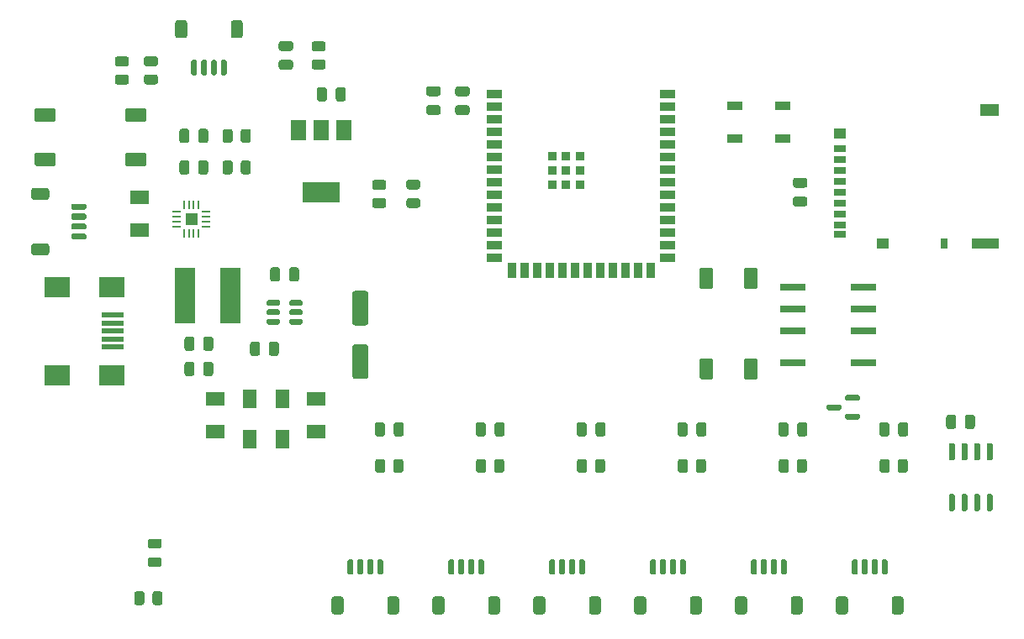
<source format=gtp>
G04 #@! TF.GenerationSoftware,KiCad,Pcbnew,6.0.11-2627ca5db0~126~ubuntu22.04.1*
G04 #@! TF.CreationDate,2025-05-31T21:30:08-06:00*
G04 #@! TF.ProjectId,snd-defect,736e642d-6465-4666-9563-742e6b696361,rev?*
G04 #@! TF.SameCoordinates,Original*
G04 #@! TF.FileFunction,Paste,Top*
G04 #@! TF.FilePolarity,Positive*
%FSLAX46Y46*%
G04 Gerber Fmt 4.6, Leading zero omitted, Abs format (unit mm)*
G04 Created by KiCad (PCBNEW 6.0.11-2627ca5db0~126~ubuntu22.04.1) date 2025-05-31 21:30:08*
%MOMM*%
%LPD*%
G01*
G04 APERTURE LIST*
%ADD10R,2.108200X5.562600*%
%ADD11R,1.500000X0.900000*%
%ADD12R,2.660000X0.800000*%
%ADD13R,1.400000X1.900000*%
%ADD14R,0.900000X1.500000*%
%ADD15R,0.900000X0.900000*%
%ADD16R,1.500000X2.000000*%
%ADD17R,3.800000X2.000000*%
%ADD18R,2.300000X0.500000*%
%ADD19R,2.500000X2.000000*%
%ADD20R,1.200000X0.700000*%
%ADD21R,0.800000X1.000000*%
%ADD22R,1.200000X1.000000*%
%ADD23R,2.800000X1.000000*%
%ADD24R,1.900000X1.300000*%
%ADD25R,1.900000X1.400000*%
%ADD26R,0.812800X0.254000*%
%ADD27R,0.254000X0.812800*%
%ADD28R,1.244600X1.244600*%
G04 APERTURE END LIST*
D10*
X71386700Y-79121000D03*
X66789300Y-79121000D03*
D11*
X127037000Y-63245000D03*
X127037000Y-59945000D03*
X122137000Y-59945000D03*
X122137000Y-63245000D03*
G36*
G01*
X63823000Y-57813000D02*
X62923000Y-57813000D01*
G75*
G02*
X62673000Y-57563000I0J250000D01*
G01*
X62673000Y-57038000D01*
G75*
G02*
X62923000Y-56788000I250000J0D01*
G01*
X63823000Y-56788000D01*
G75*
G02*
X64073000Y-57038000I0J-250000D01*
G01*
X64073000Y-57563000D01*
G75*
G02*
X63823000Y-57813000I-250000J0D01*
G01*
G37*
G36*
G01*
X63823000Y-55988000D02*
X62923000Y-55988000D01*
G75*
G02*
X62673000Y-55738000I0J250000D01*
G01*
X62673000Y-55213000D01*
G75*
G02*
X62923000Y-54963000I250000J0D01*
G01*
X63823000Y-54963000D01*
G75*
G02*
X64073000Y-55213000I0J-250000D01*
G01*
X64073000Y-55738000D01*
G75*
G02*
X63823000Y-55988000I-250000J0D01*
G01*
G37*
G36*
G01*
X78635000Y-81572000D02*
X78635000Y-81872000D01*
G75*
G02*
X78485000Y-82022000I-150000J0D01*
G01*
X77460000Y-82022000D01*
G75*
G02*
X77310000Y-81872000I0J150000D01*
G01*
X77310000Y-81572000D01*
G75*
G02*
X77460000Y-81422000I150000J0D01*
G01*
X78485000Y-81422000D01*
G75*
G02*
X78635000Y-81572000I0J-150000D01*
G01*
G37*
G36*
G01*
X78635000Y-80622000D02*
X78635000Y-80922000D01*
G75*
G02*
X78485000Y-81072000I-150000J0D01*
G01*
X77460000Y-81072000D01*
G75*
G02*
X77310000Y-80922000I0J150000D01*
G01*
X77310000Y-80622000D01*
G75*
G02*
X77460000Y-80472000I150000J0D01*
G01*
X78485000Y-80472000D01*
G75*
G02*
X78635000Y-80622000I0J-150000D01*
G01*
G37*
G36*
G01*
X78635000Y-79672000D02*
X78635000Y-79972000D01*
G75*
G02*
X78485000Y-80122000I-150000J0D01*
G01*
X77460000Y-80122000D01*
G75*
G02*
X77310000Y-79972000I0J150000D01*
G01*
X77310000Y-79672000D01*
G75*
G02*
X77460000Y-79522000I150000J0D01*
G01*
X78485000Y-79522000D01*
G75*
G02*
X78635000Y-79672000I0J-150000D01*
G01*
G37*
G36*
G01*
X76360000Y-79672000D02*
X76360000Y-79972000D01*
G75*
G02*
X76210000Y-80122000I-150000J0D01*
G01*
X75185000Y-80122000D01*
G75*
G02*
X75035000Y-79972000I0J150000D01*
G01*
X75035000Y-79672000D01*
G75*
G02*
X75185000Y-79522000I150000J0D01*
G01*
X76210000Y-79522000D01*
G75*
G02*
X76360000Y-79672000I0J-150000D01*
G01*
G37*
G36*
G01*
X76360000Y-80622000D02*
X76360000Y-80922000D01*
G75*
G02*
X76210000Y-81072000I-150000J0D01*
G01*
X75185000Y-81072000D01*
G75*
G02*
X75035000Y-80922000I0J150000D01*
G01*
X75035000Y-80622000D01*
G75*
G02*
X75185000Y-80472000I150000J0D01*
G01*
X76210000Y-80472000D01*
G75*
G02*
X76360000Y-80622000I0J-150000D01*
G01*
G37*
G36*
G01*
X76360000Y-81572000D02*
X76360000Y-81872000D01*
G75*
G02*
X76210000Y-82022000I-150000J0D01*
G01*
X75185000Y-82022000D01*
G75*
G02*
X75035000Y-81872000I0J150000D01*
G01*
X75035000Y-81572000D01*
G75*
G02*
X75185000Y-81422000I150000J0D01*
G01*
X76210000Y-81422000D01*
G75*
G02*
X76360000Y-81572000I0J-150000D01*
G01*
G37*
G36*
G01*
X98986000Y-92108000D02*
X98986000Y-93058000D01*
G75*
G02*
X98736000Y-93308000I-250000J0D01*
G01*
X98236000Y-93308000D01*
G75*
G02*
X97986000Y-93058000I0J250000D01*
G01*
X97986000Y-92108000D01*
G75*
G02*
X98236000Y-91858000I250000J0D01*
G01*
X98736000Y-91858000D01*
G75*
G02*
X98986000Y-92108000I0J-250000D01*
G01*
G37*
G36*
G01*
X97086000Y-92108000D02*
X97086000Y-93058000D01*
G75*
G02*
X96836000Y-93308000I-250000J0D01*
G01*
X96336000Y-93308000D01*
G75*
G02*
X96086000Y-93058000I0J250000D01*
G01*
X96086000Y-92108000D01*
G75*
G02*
X96336000Y-91858000I250000J0D01*
G01*
X96836000Y-91858000D01*
G75*
G02*
X97086000Y-92108000I0J-250000D01*
G01*
G37*
D12*
X135166100Y-85864700D03*
X135166100Y-82664300D03*
X135166100Y-80454500D03*
X135166100Y-78244700D03*
X127977900Y-78244700D03*
X127977900Y-80454500D03*
X127977900Y-82664300D03*
X127977900Y-85864700D03*
G36*
G01*
X93323000Y-107083000D02*
X93323000Y-105833000D01*
G75*
G02*
X93473000Y-105683000I150000J0D01*
G01*
X93773000Y-105683000D01*
G75*
G02*
X93923000Y-105833000I0J-150000D01*
G01*
X93923000Y-107083000D01*
G75*
G02*
X93773000Y-107233000I-150000J0D01*
G01*
X93473000Y-107233000D01*
G75*
G02*
X93323000Y-107083000I0J150000D01*
G01*
G37*
G36*
G01*
X94323000Y-107083000D02*
X94323000Y-105833000D01*
G75*
G02*
X94473000Y-105683000I150000J0D01*
G01*
X94773000Y-105683000D01*
G75*
G02*
X94923000Y-105833000I0J-150000D01*
G01*
X94923000Y-107083000D01*
G75*
G02*
X94773000Y-107233000I-150000J0D01*
G01*
X94473000Y-107233000D01*
G75*
G02*
X94323000Y-107083000I0J150000D01*
G01*
G37*
G36*
G01*
X95323000Y-107083000D02*
X95323000Y-105833000D01*
G75*
G02*
X95473000Y-105683000I150000J0D01*
G01*
X95773000Y-105683000D01*
G75*
G02*
X95923000Y-105833000I0J-150000D01*
G01*
X95923000Y-107083000D01*
G75*
G02*
X95773000Y-107233000I-150000J0D01*
G01*
X95473000Y-107233000D01*
G75*
G02*
X95323000Y-107083000I0J150000D01*
G01*
G37*
G36*
G01*
X96323000Y-107083000D02*
X96323000Y-105833000D01*
G75*
G02*
X96473000Y-105683000I150000J0D01*
G01*
X96773000Y-105683000D01*
G75*
G02*
X96923000Y-105833000I0J-150000D01*
G01*
X96923000Y-107083000D01*
G75*
G02*
X96773000Y-107233000I-150000J0D01*
G01*
X96473000Y-107233000D01*
G75*
G02*
X96323000Y-107083000I0J150000D01*
G01*
G37*
G36*
G01*
X91723000Y-110983000D02*
X91723000Y-109683000D01*
G75*
G02*
X91973000Y-109433000I250000J0D01*
G01*
X92673000Y-109433000D01*
G75*
G02*
X92923000Y-109683000I0J-250000D01*
G01*
X92923000Y-110983000D01*
G75*
G02*
X92673000Y-111233000I-250000J0D01*
G01*
X91973000Y-111233000D01*
G75*
G02*
X91723000Y-110983000I0J250000D01*
G01*
G37*
G36*
G01*
X97323000Y-110983000D02*
X97323000Y-109683000D01*
G75*
G02*
X97573000Y-109433000I250000J0D01*
G01*
X98273000Y-109433000D01*
G75*
G02*
X98523000Y-109683000I0J-250000D01*
G01*
X98523000Y-110983000D01*
G75*
G02*
X98273000Y-111233000I-250000J0D01*
G01*
X97573000Y-111233000D01*
G75*
G02*
X97323000Y-110983000I0J250000D01*
G01*
G37*
G36*
G01*
X66749000Y-86962000D02*
X66749000Y-86012000D01*
G75*
G02*
X66999000Y-85762000I250000J0D01*
G01*
X67499000Y-85762000D01*
G75*
G02*
X67749000Y-86012000I0J-250000D01*
G01*
X67749000Y-86962000D01*
G75*
G02*
X67499000Y-87212000I-250000J0D01*
G01*
X66999000Y-87212000D01*
G75*
G02*
X66749000Y-86962000I0J250000D01*
G01*
G37*
G36*
G01*
X68649000Y-86962000D02*
X68649000Y-86012000D01*
G75*
G02*
X68899000Y-85762000I250000J0D01*
G01*
X69399000Y-85762000D01*
G75*
G02*
X69649000Y-86012000I0J-250000D01*
G01*
X69649000Y-86962000D01*
G75*
G02*
X69399000Y-87212000I-250000J0D01*
G01*
X68899000Y-87212000D01*
G75*
G02*
X68649000Y-86962000I0J250000D01*
G01*
G37*
D13*
X73280000Y-89535000D03*
X76580000Y-89535000D03*
G36*
G01*
X95217000Y-60886000D02*
X94267000Y-60886000D01*
G75*
G02*
X94017000Y-60636000I0J250000D01*
G01*
X94017000Y-60136000D01*
G75*
G02*
X94267000Y-59886000I250000J0D01*
G01*
X95217000Y-59886000D01*
G75*
G02*
X95467000Y-60136000I0J-250000D01*
G01*
X95467000Y-60636000D01*
G75*
G02*
X95217000Y-60886000I-250000J0D01*
G01*
G37*
G36*
G01*
X95217000Y-58986000D02*
X94267000Y-58986000D01*
G75*
G02*
X94017000Y-58736000I0J250000D01*
G01*
X94017000Y-58236000D01*
G75*
G02*
X94267000Y-57986000I250000J0D01*
G01*
X95217000Y-57986000D01*
G75*
G02*
X95467000Y-58236000I0J-250000D01*
G01*
X95467000Y-58736000D01*
G75*
G02*
X95217000Y-58986000I-250000J0D01*
G01*
G37*
G36*
G01*
X133963000Y-107083000D02*
X133963000Y-105833000D01*
G75*
G02*
X134113000Y-105683000I150000J0D01*
G01*
X134413000Y-105683000D01*
G75*
G02*
X134563000Y-105833000I0J-150000D01*
G01*
X134563000Y-107083000D01*
G75*
G02*
X134413000Y-107233000I-150000J0D01*
G01*
X134113000Y-107233000D01*
G75*
G02*
X133963000Y-107083000I0J150000D01*
G01*
G37*
G36*
G01*
X134963000Y-107083000D02*
X134963000Y-105833000D01*
G75*
G02*
X135113000Y-105683000I150000J0D01*
G01*
X135413000Y-105683000D01*
G75*
G02*
X135563000Y-105833000I0J-150000D01*
G01*
X135563000Y-107083000D01*
G75*
G02*
X135413000Y-107233000I-150000J0D01*
G01*
X135113000Y-107233000D01*
G75*
G02*
X134963000Y-107083000I0J150000D01*
G01*
G37*
G36*
G01*
X135963000Y-107083000D02*
X135963000Y-105833000D01*
G75*
G02*
X136113000Y-105683000I150000J0D01*
G01*
X136413000Y-105683000D01*
G75*
G02*
X136563000Y-105833000I0J-150000D01*
G01*
X136563000Y-107083000D01*
G75*
G02*
X136413000Y-107233000I-150000J0D01*
G01*
X136113000Y-107233000D01*
G75*
G02*
X135963000Y-107083000I0J150000D01*
G01*
G37*
G36*
G01*
X136963000Y-107083000D02*
X136963000Y-105833000D01*
G75*
G02*
X137113000Y-105683000I150000J0D01*
G01*
X137413000Y-105683000D01*
G75*
G02*
X137563000Y-105833000I0J-150000D01*
G01*
X137563000Y-107083000D01*
G75*
G02*
X137413000Y-107233000I-150000J0D01*
G01*
X137113000Y-107233000D01*
G75*
G02*
X136963000Y-107083000I0J150000D01*
G01*
G37*
G36*
G01*
X137963000Y-110983000D02*
X137963000Y-109683000D01*
G75*
G02*
X138213000Y-109433000I250000J0D01*
G01*
X138913000Y-109433000D01*
G75*
G02*
X139163000Y-109683000I0J-250000D01*
G01*
X139163000Y-110983000D01*
G75*
G02*
X138913000Y-111233000I-250000J0D01*
G01*
X138213000Y-111233000D01*
G75*
G02*
X137963000Y-110983000I0J250000D01*
G01*
G37*
G36*
G01*
X132363000Y-110983000D02*
X132363000Y-109683000D01*
G75*
G02*
X132613000Y-109433000I250000J0D01*
G01*
X133313000Y-109433000D01*
G75*
G02*
X133563000Y-109683000I0J-250000D01*
G01*
X133563000Y-110983000D01*
G75*
G02*
X133313000Y-111233000I-250000J0D01*
G01*
X132613000Y-111233000D01*
G75*
G02*
X132363000Y-110983000I0J250000D01*
G01*
G37*
G36*
G01*
X80084000Y-59276000D02*
X80084000Y-58326000D01*
G75*
G02*
X80334000Y-58076000I250000J0D01*
G01*
X80834000Y-58076000D01*
G75*
G02*
X81084000Y-58326000I0J-250000D01*
G01*
X81084000Y-59276000D01*
G75*
G02*
X80834000Y-59526000I-250000J0D01*
G01*
X80334000Y-59526000D01*
G75*
G02*
X80084000Y-59276000I0J250000D01*
G01*
G37*
G36*
G01*
X81984000Y-59276000D02*
X81984000Y-58326000D01*
G75*
G02*
X82234000Y-58076000I250000J0D01*
G01*
X82734000Y-58076000D01*
G75*
G02*
X82984000Y-58326000I0J-250000D01*
G01*
X82984000Y-59276000D01*
G75*
G02*
X82734000Y-59526000I-250000J0D01*
G01*
X82234000Y-59526000D01*
G75*
G02*
X81984000Y-59276000I0J250000D01*
G01*
G37*
G36*
G01*
X113643000Y-107083000D02*
X113643000Y-105833000D01*
G75*
G02*
X113793000Y-105683000I150000J0D01*
G01*
X114093000Y-105683000D01*
G75*
G02*
X114243000Y-105833000I0J-150000D01*
G01*
X114243000Y-107083000D01*
G75*
G02*
X114093000Y-107233000I-150000J0D01*
G01*
X113793000Y-107233000D01*
G75*
G02*
X113643000Y-107083000I0J150000D01*
G01*
G37*
G36*
G01*
X114643000Y-107083000D02*
X114643000Y-105833000D01*
G75*
G02*
X114793000Y-105683000I150000J0D01*
G01*
X115093000Y-105683000D01*
G75*
G02*
X115243000Y-105833000I0J-150000D01*
G01*
X115243000Y-107083000D01*
G75*
G02*
X115093000Y-107233000I-150000J0D01*
G01*
X114793000Y-107233000D01*
G75*
G02*
X114643000Y-107083000I0J150000D01*
G01*
G37*
G36*
G01*
X115643000Y-107083000D02*
X115643000Y-105833000D01*
G75*
G02*
X115793000Y-105683000I150000J0D01*
G01*
X116093000Y-105683000D01*
G75*
G02*
X116243000Y-105833000I0J-150000D01*
G01*
X116243000Y-107083000D01*
G75*
G02*
X116093000Y-107233000I-150000J0D01*
G01*
X115793000Y-107233000D01*
G75*
G02*
X115643000Y-107083000I0J150000D01*
G01*
G37*
G36*
G01*
X116643000Y-107083000D02*
X116643000Y-105833000D01*
G75*
G02*
X116793000Y-105683000I150000J0D01*
G01*
X117093000Y-105683000D01*
G75*
G02*
X117243000Y-105833000I0J-150000D01*
G01*
X117243000Y-107083000D01*
G75*
G02*
X117093000Y-107233000I-150000J0D01*
G01*
X116793000Y-107233000D01*
G75*
G02*
X116643000Y-107083000I0J150000D01*
G01*
G37*
G36*
G01*
X117643000Y-110983000D02*
X117643000Y-109683000D01*
G75*
G02*
X117893000Y-109433000I250000J0D01*
G01*
X118593000Y-109433000D01*
G75*
G02*
X118843000Y-109683000I0J-250000D01*
G01*
X118843000Y-110983000D01*
G75*
G02*
X118593000Y-111233000I-250000J0D01*
G01*
X117893000Y-111233000D01*
G75*
G02*
X117643000Y-110983000I0J250000D01*
G01*
G37*
G36*
G01*
X112043000Y-110983000D02*
X112043000Y-109683000D01*
G75*
G02*
X112293000Y-109433000I250000J0D01*
G01*
X112993000Y-109433000D01*
G75*
G02*
X113243000Y-109683000I0J-250000D01*
G01*
X113243000Y-110983000D01*
G75*
G02*
X112993000Y-111233000I-250000J0D01*
G01*
X112293000Y-111233000D01*
G75*
G02*
X112043000Y-110983000I0J250000D01*
G01*
G37*
G36*
G01*
X77437000Y-56314000D02*
X76487000Y-56314000D01*
G75*
G02*
X76237000Y-56064000I0J250000D01*
G01*
X76237000Y-55564000D01*
G75*
G02*
X76487000Y-55314000I250000J0D01*
G01*
X77437000Y-55314000D01*
G75*
G02*
X77687000Y-55564000I0J-250000D01*
G01*
X77687000Y-56064000D01*
G75*
G02*
X77437000Y-56314000I-250000J0D01*
G01*
G37*
G36*
G01*
X77437000Y-54414000D02*
X76487000Y-54414000D01*
G75*
G02*
X76237000Y-54164000I0J250000D01*
G01*
X76237000Y-53664000D01*
G75*
G02*
X76487000Y-53414000I250000J0D01*
G01*
X77437000Y-53414000D01*
G75*
G02*
X77687000Y-53664000I0J-250000D01*
G01*
X77687000Y-54164000D01*
G75*
G02*
X77437000Y-54414000I-250000J0D01*
G01*
G37*
G36*
G01*
X143457000Y-92296000D02*
X143457000Y-91346000D01*
G75*
G02*
X143707000Y-91096000I250000J0D01*
G01*
X144207000Y-91096000D01*
G75*
G02*
X144457000Y-91346000I0J-250000D01*
G01*
X144457000Y-92296000D01*
G75*
G02*
X144207000Y-92546000I-250000J0D01*
G01*
X143707000Y-92546000D01*
G75*
G02*
X143457000Y-92296000I0J250000D01*
G01*
G37*
G36*
G01*
X145357000Y-92296000D02*
X145357000Y-91346000D01*
G75*
G02*
X145607000Y-91096000I250000J0D01*
G01*
X146107000Y-91096000D01*
G75*
G02*
X146357000Y-91346000I0J-250000D01*
G01*
X146357000Y-92296000D01*
G75*
G02*
X146107000Y-92546000I-250000J0D01*
G01*
X145607000Y-92546000D01*
G75*
G02*
X145357000Y-92296000I0J250000D01*
G01*
G37*
G36*
G01*
X85005000Y-87508000D02*
X83905000Y-87508000D01*
G75*
G02*
X83655000Y-87258000I0J250000D01*
G01*
X83655000Y-84258000D01*
G75*
G02*
X83905000Y-84008000I250000J0D01*
G01*
X85005000Y-84008000D01*
G75*
G02*
X85255000Y-84258000I0J-250000D01*
G01*
X85255000Y-87258000D01*
G75*
G02*
X85005000Y-87508000I-250000J0D01*
G01*
G37*
G36*
G01*
X85005000Y-82108000D02*
X83905000Y-82108000D01*
G75*
G02*
X83655000Y-81858000I0J250000D01*
G01*
X83655000Y-78858000D01*
G75*
G02*
X83905000Y-78608000I250000J0D01*
G01*
X85005000Y-78608000D01*
G75*
G02*
X85255000Y-78858000I0J-250000D01*
G01*
X85255000Y-81858000D01*
G75*
G02*
X85005000Y-82108000I-250000J0D01*
G01*
G37*
G36*
G01*
X129466000Y-92108000D02*
X129466000Y-93058000D01*
G75*
G02*
X129216000Y-93308000I-250000J0D01*
G01*
X128716000Y-93308000D01*
G75*
G02*
X128466000Y-93058000I0J250000D01*
G01*
X128466000Y-92108000D01*
G75*
G02*
X128716000Y-91858000I250000J0D01*
G01*
X129216000Y-91858000D01*
G75*
G02*
X129466000Y-92108000I0J-250000D01*
G01*
G37*
G36*
G01*
X127566000Y-92108000D02*
X127566000Y-93058000D01*
G75*
G02*
X127316000Y-93308000I-250000J0D01*
G01*
X126816000Y-93308000D01*
G75*
G02*
X126566000Y-93058000I0J250000D01*
G01*
X126566000Y-92108000D01*
G75*
G02*
X126816000Y-91858000I250000J0D01*
G01*
X127316000Y-91858000D01*
G75*
G02*
X127566000Y-92108000I0J-250000D01*
G01*
G37*
D11*
X97930000Y-58752000D03*
X97930000Y-60022000D03*
X97930000Y-61292000D03*
X97930000Y-62562000D03*
X97930000Y-63832000D03*
X97930000Y-65102000D03*
X97930000Y-66372000D03*
X97930000Y-67642000D03*
X97930000Y-68912000D03*
X97930000Y-70182000D03*
X97930000Y-71452000D03*
X97930000Y-72722000D03*
X97930000Y-73992000D03*
X97930000Y-75262000D03*
D14*
X99695000Y-76512000D03*
X100965000Y-76512000D03*
X102235000Y-76512000D03*
X103505000Y-76512000D03*
X104775000Y-76512000D03*
X106045000Y-76512000D03*
X107315000Y-76512000D03*
X108585000Y-76512000D03*
X109855000Y-76512000D03*
X111125000Y-76512000D03*
X112395000Y-76512000D03*
X113665000Y-76512000D03*
D11*
X115430000Y-75262000D03*
X115430000Y-73992000D03*
X115430000Y-72722000D03*
X115430000Y-71452000D03*
X115430000Y-70182000D03*
X115430000Y-68912000D03*
X115430000Y-67642000D03*
X115430000Y-66372000D03*
X115430000Y-65102000D03*
X115430000Y-63832000D03*
X115430000Y-62562000D03*
X115430000Y-61292000D03*
X115430000Y-60022000D03*
X115430000Y-58752000D03*
D15*
X106580000Y-67872000D03*
X106580000Y-65072000D03*
X105180000Y-66472000D03*
X103780000Y-65072000D03*
X105180000Y-65072000D03*
X103780000Y-66472000D03*
X105180000Y-67872000D03*
X106580000Y-66472000D03*
X103780000Y-67872000D03*
G36*
G01*
X88826000Y-92108000D02*
X88826000Y-93058000D01*
G75*
G02*
X88576000Y-93308000I-250000J0D01*
G01*
X88076000Y-93308000D01*
G75*
G02*
X87826000Y-93058000I0J250000D01*
G01*
X87826000Y-92108000D01*
G75*
G02*
X88076000Y-91858000I250000J0D01*
G01*
X88576000Y-91858000D01*
G75*
G02*
X88826000Y-92108000I0J-250000D01*
G01*
G37*
G36*
G01*
X86926000Y-92108000D02*
X86926000Y-93058000D01*
G75*
G02*
X86676000Y-93308000I-250000J0D01*
G01*
X86176000Y-93308000D01*
G75*
G02*
X85926000Y-93058000I0J250000D01*
G01*
X85926000Y-92108000D01*
G75*
G02*
X86176000Y-91858000I250000J0D01*
G01*
X86676000Y-91858000D01*
G75*
G02*
X86926000Y-92108000I0J-250000D01*
G01*
G37*
D13*
X73280000Y-93599000D03*
X76580000Y-93599000D03*
G36*
G01*
X144168000Y-100859000D02*
X143868000Y-100859000D01*
G75*
G02*
X143718000Y-100709000I0J150000D01*
G01*
X143718000Y-99259000D01*
G75*
G02*
X143868000Y-99109000I150000J0D01*
G01*
X144168000Y-99109000D01*
G75*
G02*
X144318000Y-99259000I0J-150000D01*
G01*
X144318000Y-100709000D01*
G75*
G02*
X144168000Y-100859000I-150000J0D01*
G01*
G37*
G36*
G01*
X145438000Y-100859000D02*
X145138000Y-100859000D01*
G75*
G02*
X144988000Y-100709000I0J150000D01*
G01*
X144988000Y-99259000D01*
G75*
G02*
X145138000Y-99109000I150000J0D01*
G01*
X145438000Y-99109000D01*
G75*
G02*
X145588000Y-99259000I0J-150000D01*
G01*
X145588000Y-100709000D01*
G75*
G02*
X145438000Y-100859000I-150000J0D01*
G01*
G37*
G36*
G01*
X146708000Y-100859000D02*
X146408000Y-100859000D01*
G75*
G02*
X146258000Y-100709000I0J150000D01*
G01*
X146258000Y-99259000D01*
G75*
G02*
X146408000Y-99109000I150000J0D01*
G01*
X146708000Y-99109000D01*
G75*
G02*
X146858000Y-99259000I0J-150000D01*
G01*
X146858000Y-100709000D01*
G75*
G02*
X146708000Y-100859000I-150000J0D01*
G01*
G37*
G36*
G01*
X147978000Y-100859000D02*
X147678000Y-100859000D01*
G75*
G02*
X147528000Y-100709000I0J150000D01*
G01*
X147528000Y-99259000D01*
G75*
G02*
X147678000Y-99109000I150000J0D01*
G01*
X147978000Y-99109000D01*
G75*
G02*
X148128000Y-99259000I0J-150000D01*
G01*
X148128000Y-100709000D01*
G75*
G02*
X147978000Y-100859000I-150000J0D01*
G01*
G37*
G36*
G01*
X147978000Y-95709000D02*
X147678000Y-95709000D01*
G75*
G02*
X147528000Y-95559000I0J150000D01*
G01*
X147528000Y-94109000D01*
G75*
G02*
X147678000Y-93959000I150000J0D01*
G01*
X147978000Y-93959000D01*
G75*
G02*
X148128000Y-94109000I0J-150000D01*
G01*
X148128000Y-95559000D01*
G75*
G02*
X147978000Y-95709000I-150000J0D01*
G01*
G37*
G36*
G01*
X146708000Y-95709000D02*
X146408000Y-95709000D01*
G75*
G02*
X146258000Y-95559000I0J150000D01*
G01*
X146258000Y-94109000D01*
G75*
G02*
X146408000Y-93959000I150000J0D01*
G01*
X146708000Y-93959000D01*
G75*
G02*
X146858000Y-94109000I0J-150000D01*
G01*
X146858000Y-95559000D01*
G75*
G02*
X146708000Y-95709000I-150000J0D01*
G01*
G37*
G36*
G01*
X145438000Y-95709000D02*
X145138000Y-95709000D01*
G75*
G02*
X144988000Y-95559000I0J150000D01*
G01*
X144988000Y-94109000D01*
G75*
G02*
X145138000Y-93959000I150000J0D01*
G01*
X145438000Y-93959000D01*
G75*
G02*
X145588000Y-94109000I0J-150000D01*
G01*
X145588000Y-95559000D01*
G75*
G02*
X145438000Y-95709000I-150000J0D01*
G01*
G37*
G36*
G01*
X144168000Y-95709000D02*
X143868000Y-95709000D01*
G75*
G02*
X143718000Y-95559000I0J150000D01*
G01*
X143718000Y-94109000D01*
G75*
G02*
X143868000Y-93959000I150000J0D01*
G01*
X144168000Y-93959000D01*
G75*
G02*
X144318000Y-94109000I0J-150000D01*
G01*
X144318000Y-95559000D01*
G75*
G02*
X144168000Y-95709000I-150000J0D01*
G01*
G37*
G36*
G01*
X78285000Y-76487000D02*
X78285000Y-77437000D01*
G75*
G02*
X78035000Y-77687000I-250000J0D01*
G01*
X77535000Y-77687000D01*
G75*
G02*
X77285000Y-77437000I0J250000D01*
G01*
X77285000Y-76487000D01*
G75*
G02*
X77535000Y-76237000I250000J0D01*
G01*
X78035000Y-76237000D01*
G75*
G02*
X78285000Y-76487000I0J-250000D01*
G01*
G37*
G36*
G01*
X76385000Y-76487000D02*
X76385000Y-77437000D01*
G75*
G02*
X76135000Y-77687000I-250000J0D01*
G01*
X75635000Y-77687000D01*
G75*
G02*
X75385000Y-77437000I0J250000D01*
G01*
X75385000Y-76487000D01*
G75*
G02*
X75635000Y-76237000I250000J0D01*
G01*
X76135000Y-76237000D01*
G75*
G02*
X76385000Y-76487000I0J-250000D01*
G01*
G37*
G36*
G01*
X60902000Y-57813000D02*
X60002000Y-57813000D01*
G75*
G02*
X59752000Y-57563000I0J250000D01*
G01*
X59752000Y-57038000D01*
G75*
G02*
X60002000Y-56788000I250000J0D01*
G01*
X60902000Y-56788000D01*
G75*
G02*
X61152000Y-57038000I0J-250000D01*
G01*
X61152000Y-57563000D01*
G75*
G02*
X60902000Y-57813000I-250000J0D01*
G01*
G37*
G36*
G01*
X60902000Y-55988000D02*
X60002000Y-55988000D01*
G75*
G02*
X59752000Y-55738000I0J250000D01*
G01*
X59752000Y-55213000D01*
G75*
G02*
X60002000Y-54963000I250000J0D01*
G01*
X60902000Y-54963000D01*
G75*
G02*
X61152000Y-55213000I0J-250000D01*
G01*
X61152000Y-55738000D01*
G75*
G02*
X60902000Y-55988000I-250000J0D01*
G01*
G37*
G36*
G01*
X73434000Y-62542000D02*
X73434000Y-63442000D01*
G75*
G02*
X73184000Y-63692000I-250000J0D01*
G01*
X72659000Y-63692000D01*
G75*
G02*
X72409000Y-63442000I0J250000D01*
G01*
X72409000Y-62542000D01*
G75*
G02*
X72659000Y-62292000I250000J0D01*
G01*
X73184000Y-62292000D01*
G75*
G02*
X73434000Y-62542000I0J-250000D01*
G01*
G37*
G36*
G01*
X71609000Y-62542000D02*
X71609000Y-63442000D01*
G75*
G02*
X71359000Y-63692000I-250000J0D01*
G01*
X70834000Y-63692000D01*
G75*
G02*
X70584000Y-63442000I0J250000D01*
G01*
X70584000Y-62542000D01*
G75*
G02*
X70834000Y-62292000I250000J0D01*
G01*
X71359000Y-62292000D01*
G75*
G02*
X71609000Y-62542000I0J-250000D01*
G01*
G37*
G36*
G01*
X98961000Y-95816000D02*
X98961000Y-96716000D01*
G75*
G02*
X98711000Y-96966000I-250000J0D01*
G01*
X98186000Y-96966000D01*
G75*
G02*
X97936000Y-96716000I0J250000D01*
G01*
X97936000Y-95816000D01*
G75*
G02*
X98186000Y-95566000I250000J0D01*
G01*
X98711000Y-95566000D01*
G75*
G02*
X98961000Y-95816000I0J-250000D01*
G01*
G37*
G36*
G01*
X97136000Y-95816000D02*
X97136000Y-96716000D01*
G75*
G02*
X96886000Y-96966000I-250000J0D01*
G01*
X96361000Y-96966000D01*
G75*
G02*
X96111000Y-96716000I0J250000D01*
G01*
X96111000Y-95816000D01*
G75*
G02*
X96361000Y-95566000I250000J0D01*
G01*
X96886000Y-95566000D01*
G75*
G02*
X97136000Y-95816000I0J-250000D01*
G01*
G37*
G36*
G01*
X66749000Y-84422000D02*
X66749000Y-83472000D01*
G75*
G02*
X66999000Y-83222000I250000J0D01*
G01*
X67499000Y-83222000D01*
G75*
G02*
X67749000Y-83472000I0J-250000D01*
G01*
X67749000Y-84422000D01*
G75*
G02*
X67499000Y-84672000I-250000J0D01*
G01*
X66999000Y-84672000D01*
G75*
G02*
X66749000Y-84422000I0J250000D01*
G01*
G37*
G36*
G01*
X68649000Y-84422000D02*
X68649000Y-83472000D01*
G75*
G02*
X68899000Y-83222000I250000J0D01*
G01*
X69399000Y-83222000D01*
G75*
G02*
X69649000Y-83472000I0J-250000D01*
G01*
X69649000Y-84422000D01*
G75*
G02*
X69399000Y-84672000I-250000J0D01*
G01*
X68899000Y-84672000D01*
G75*
G02*
X68649000Y-84422000I0J250000D01*
G01*
G37*
G36*
G01*
X55477000Y-69828000D02*
X56727000Y-69828000D01*
G75*
G02*
X56877000Y-69978000I0J-150000D01*
G01*
X56877000Y-70278000D01*
G75*
G02*
X56727000Y-70428000I-150000J0D01*
G01*
X55477000Y-70428000D01*
G75*
G02*
X55327000Y-70278000I0J150000D01*
G01*
X55327000Y-69978000D01*
G75*
G02*
X55477000Y-69828000I150000J0D01*
G01*
G37*
G36*
G01*
X55477000Y-70828000D02*
X56727000Y-70828000D01*
G75*
G02*
X56877000Y-70978000I0J-150000D01*
G01*
X56877000Y-71278000D01*
G75*
G02*
X56727000Y-71428000I-150000J0D01*
G01*
X55477000Y-71428000D01*
G75*
G02*
X55327000Y-71278000I0J150000D01*
G01*
X55327000Y-70978000D01*
G75*
G02*
X55477000Y-70828000I150000J0D01*
G01*
G37*
G36*
G01*
X55477000Y-71828000D02*
X56727000Y-71828000D01*
G75*
G02*
X56877000Y-71978000I0J-150000D01*
G01*
X56877000Y-72278000D01*
G75*
G02*
X56727000Y-72428000I-150000J0D01*
G01*
X55477000Y-72428000D01*
G75*
G02*
X55327000Y-72278000I0J150000D01*
G01*
X55327000Y-71978000D01*
G75*
G02*
X55477000Y-71828000I150000J0D01*
G01*
G37*
G36*
G01*
X55477000Y-72828000D02*
X56727000Y-72828000D01*
G75*
G02*
X56877000Y-72978000I0J-150000D01*
G01*
X56877000Y-73278000D01*
G75*
G02*
X56727000Y-73428000I-150000J0D01*
G01*
X55477000Y-73428000D01*
G75*
G02*
X55327000Y-73278000I0J150000D01*
G01*
X55327000Y-72978000D01*
G75*
G02*
X55477000Y-72828000I150000J0D01*
G01*
G37*
G36*
G01*
X51577000Y-73828000D02*
X52877000Y-73828000D01*
G75*
G02*
X53127000Y-74078000I0J-250000D01*
G01*
X53127000Y-74778000D01*
G75*
G02*
X52877000Y-75028000I-250000J0D01*
G01*
X51577000Y-75028000D01*
G75*
G02*
X51327000Y-74778000I0J250000D01*
G01*
X51327000Y-74078000D01*
G75*
G02*
X51577000Y-73828000I250000J0D01*
G01*
G37*
G36*
G01*
X51577000Y-68228000D02*
X52877000Y-68228000D01*
G75*
G02*
X53127000Y-68478000I0J-250000D01*
G01*
X53127000Y-69178000D01*
G75*
G02*
X52877000Y-69428000I-250000J0D01*
G01*
X51577000Y-69428000D01*
G75*
G02*
X51327000Y-69178000I0J250000D01*
G01*
X51327000Y-68478000D01*
G75*
G02*
X51577000Y-68228000I250000J0D01*
G01*
G37*
G36*
G01*
X92296000Y-60886000D02*
X91346000Y-60886000D01*
G75*
G02*
X91096000Y-60636000I0J250000D01*
G01*
X91096000Y-60136000D01*
G75*
G02*
X91346000Y-59886000I250000J0D01*
G01*
X92296000Y-59886000D01*
G75*
G02*
X92546000Y-60136000I0J-250000D01*
G01*
X92546000Y-60636000D01*
G75*
G02*
X92296000Y-60886000I-250000J0D01*
G01*
G37*
G36*
G01*
X92296000Y-58986000D02*
X91346000Y-58986000D01*
G75*
G02*
X91096000Y-58736000I0J250000D01*
G01*
X91096000Y-58236000D01*
G75*
G02*
X91346000Y-57986000I250000J0D01*
G01*
X92296000Y-57986000D01*
G75*
G02*
X92546000Y-58236000I0J-250000D01*
G01*
X92546000Y-58736000D01*
G75*
G02*
X92296000Y-58986000I-250000J0D01*
G01*
G37*
G36*
G01*
X66241000Y-63467000D02*
X66241000Y-62517000D01*
G75*
G02*
X66491000Y-62267000I250000J0D01*
G01*
X66991000Y-62267000D01*
G75*
G02*
X67241000Y-62517000I0J-250000D01*
G01*
X67241000Y-63467000D01*
G75*
G02*
X66991000Y-63717000I-250000J0D01*
G01*
X66491000Y-63717000D01*
G75*
G02*
X66241000Y-63467000I0J250000D01*
G01*
G37*
G36*
G01*
X68141000Y-63467000D02*
X68141000Y-62517000D01*
G75*
G02*
X68391000Y-62267000I250000J0D01*
G01*
X68891000Y-62267000D01*
G75*
G02*
X69141000Y-62517000I0J-250000D01*
G01*
X69141000Y-63467000D01*
G75*
G02*
X68891000Y-63717000I-250000J0D01*
G01*
X68391000Y-63717000D01*
G75*
G02*
X68141000Y-63467000I0J250000D01*
G01*
G37*
D16*
X82818000Y-62382000D03*
X80518000Y-62382000D03*
D17*
X80518000Y-68682000D03*
D16*
X78218000Y-62382000D03*
G36*
G01*
X139601000Y-95816000D02*
X139601000Y-96716000D01*
G75*
G02*
X139351000Y-96966000I-250000J0D01*
G01*
X138826000Y-96966000D01*
G75*
G02*
X138576000Y-96716000I0J250000D01*
G01*
X138576000Y-95816000D01*
G75*
G02*
X138826000Y-95566000I250000J0D01*
G01*
X139351000Y-95566000D01*
G75*
G02*
X139601000Y-95816000I0J-250000D01*
G01*
G37*
G36*
G01*
X137776000Y-95816000D02*
X137776000Y-96716000D01*
G75*
G02*
X137526000Y-96966000I-250000J0D01*
G01*
X137001000Y-96966000D01*
G75*
G02*
X136751000Y-96716000I0J250000D01*
G01*
X136751000Y-95816000D01*
G75*
G02*
X137001000Y-95566000I250000J0D01*
G01*
X137526000Y-95566000D01*
G75*
G02*
X137776000Y-95816000I0J-250000D01*
G01*
G37*
D18*
X59546000Y-81077000D03*
X59546000Y-81877000D03*
X59546000Y-82677000D03*
X59546000Y-83477000D03*
X59546000Y-84277000D03*
D19*
X59446000Y-87127000D03*
X59446000Y-78227000D03*
X53946000Y-87127000D03*
X53946000Y-78227000D03*
G36*
G01*
X73353000Y-84930000D02*
X73353000Y-83980000D01*
G75*
G02*
X73603000Y-83730000I250000J0D01*
G01*
X74103000Y-83730000D01*
G75*
G02*
X74353000Y-83980000I0J-250000D01*
G01*
X74353000Y-84930000D01*
G75*
G02*
X74103000Y-85180000I-250000J0D01*
G01*
X73603000Y-85180000D01*
G75*
G02*
X73353000Y-84930000I0J250000D01*
G01*
G37*
G36*
G01*
X75253000Y-84930000D02*
X75253000Y-83980000D01*
G75*
G02*
X75503000Y-83730000I250000J0D01*
G01*
X76003000Y-83730000D01*
G75*
G02*
X76253000Y-83980000I0J-250000D01*
G01*
X76253000Y-84930000D01*
G75*
G02*
X76003000Y-85180000I-250000J0D01*
G01*
X75503000Y-85180000D01*
G75*
G02*
X75253000Y-84930000I0J250000D01*
G01*
G37*
G36*
G01*
X139626000Y-92108000D02*
X139626000Y-93058000D01*
G75*
G02*
X139376000Y-93308000I-250000J0D01*
G01*
X138876000Y-93308000D01*
G75*
G02*
X138626000Y-93058000I0J250000D01*
G01*
X138626000Y-92108000D01*
G75*
G02*
X138876000Y-91858000I250000J0D01*
G01*
X139376000Y-91858000D01*
G75*
G02*
X139626000Y-92108000I0J-250000D01*
G01*
G37*
G36*
G01*
X137726000Y-92108000D02*
X137726000Y-93058000D01*
G75*
G02*
X137476000Y-93308000I-250000J0D01*
G01*
X136976000Y-93308000D01*
G75*
G02*
X136726000Y-93058000I0J250000D01*
G01*
X136726000Y-92108000D01*
G75*
G02*
X136976000Y-91858000I250000J0D01*
G01*
X137476000Y-91858000D01*
G75*
G02*
X137726000Y-92108000I0J-250000D01*
G01*
G37*
G36*
G01*
X129441000Y-95816000D02*
X129441000Y-96716000D01*
G75*
G02*
X129191000Y-96966000I-250000J0D01*
G01*
X128666000Y-96966000D01*
G75*
G02*
X128416000Y-96716000I0J250000D01*
G01*
X128416000Y-95816000D01*
G75*
G02*
X128666000Y-95566000I250000J0D01*
G01*
X129191000Y-95566000D01*
G75*
G02*
X129441000Y-95816000I0J-250000D01*
G01*
G37*
G36*
G01*
X127616000Y-95816000D02*
X127616000Y-96716000D01*
G75*
G02*
X127366000Y-96966000I-250000J0D01*
G01*
X126841000Y-96966000D01*
G75*
G02*
X126591000Y-96716000I0J250000D01*
G01*
X126591000Y-95816000D01*
G75*
G02*
X126841000Y-95566000I250000J0D01*
G01*
X127366000Y-95566000D01*
G75*
G02*
X127616000Y-95816000I0J-250000D01*
G01*
G37*
D20*
X132737000Y-64264000D03*
X132737000Y-65364000D03*
X132737000Y-66464000D03*
X132737000Y-67564000D03*
X132737000Y-68664000D03*
X132737000Y-69764000D03*
X132737000Y-70864000D03*
X132737000Y-71964000D03*
X132737000Y-72914000D03*
D21*
X143237000Y-73864000D03*
D22*
X137037000Y-73864000D03*
D23*
X147387000Y-73864000D03*
D24*
X147837000Y-60364000D03*
D22*
X132737000Y-62714000D03*
G36*
G01*
X86810000Y-70259000D02*
X85910000Y-70259000D01*
G75*
G02*
X85660000Y-70009000I0J250000D01*
G01*
X85660000Y-69484000D01*
G75*
G02*
X85910000Y-69234000I250000J0D01*
G01*
X86810000Y-69234000D01*
G75*
G02*
X87060000Y-69484000I0J-250000D01*
G01*
X87060000Y-70009000D01*
G75*
G02*
X86810000Y-70259000I-250000J0D01*
G01*
G37*
G36*
G01*
X86810000Y-68434000D02*
X85910000Y-68434000D01*
G75*
G02*
X85660000Y-68184000I0J250000D01*
G01*
X85660000Y-67659000D01*
G75*
G02*
X85910000Y-67409000I250000J0D01*
G01*
X86810000Y-67409000D01*
G75*
G02*
X87060000Y-67659000I0J-250000D01*
G01*
X87060000Y-68184000D01*
G75*
G02*
X86810000Y-68434000I-250000J0D01*
G01*
G37*
G36*
G01*
X80714000Y-56289000D02*
X79814000Y-56289000D01*
G75*
G02*
X79564000Y-56039000I0J250000D01*
G01*
X79564000Y-55514000D01*
G75*
G02*
X79814000Y-55264000I250000J0D01*
G01*
X80714000Y-55264000D01*
G75*
G02*
X80964000Y-55514000I0J-250000D01*
G01*
X80964000Y-56039000D01*
G75*
G02*
X80714000Y-56289000I-250000J0D01*
G01*
G37*
G36*
G01*
X80714000Y-54464000D02*
X79814000Y-54464000D01*
G75*
G02*
X79564000Y-54214000I0J250000D01*
G01*
X79564000Y-53689000D01*
G75*
G02*
X79814000Y-53439000I250000J0D01*
G01*
X80714000Y-53439000D01*
G75*
G02*
X80964000Y-53689000I0J-250000D01*
G01*
X80964000Y-54214000D01*
G75*
G02*
X80714000Y-54464000I-250000J0D01*
G01*
G37*
G36*
G01*
X103483000Y-107083000D02*
X103483000Y-105833000D01*
G75*
G02*
X103633000Y-105683000I150000J0D01*
G01*
X103933000Y-105683000D01*
G75*
G02*
X104083000Y-105833000I0J-150000D01*
G01*
X104083000Y-107083000D01*
G75*
G02*
X103933000Y-107233000I-150000J0D01*
G01*
X103633000Y-107233000D01*
G75*
G02*
X103483000Y-107083000I0J150000D01*
G01*
G37*
G36*
G01*
X104483000Y-107083000D02*
X104483000Y-105833000D01*
G75*
G02*
X104633000Y-105683000I150000J0D01*
G01*
X104933000Y-105683000D01*
G75*
G02*
X105083000Y-105833000I0J-150000D01*
G01*
X105083000Y-107083000D01*
G75*
G02*
X104933000Y-107233000I-150000J0D01*
G01*
X104633000Y-107233000D01*
G75*
G02*
X104483000Y-107083000I0J150000D01*
G01*
G37*
G36*
G01*
X105483000Y-107083000D02*
X105483000Y-105833000D01*
G75*
G02*
X105633000Y-105683000I150000J0D01*
G01*
X105933000Y-105683000D01*
G75*
G02*
X106083000Y-105833000I0J-150000D01*
G01*
X106083000Y-107083000D01*
G75*
G02*
X105933000Y-107233000I-150000J0D01*
G01*
X105633000Y-107233000D01*
G75*
G02*
X105483000Y-107083000I0J150000D01*
G01*
G37*
G36*
G01*
X106483000Y-107083000D02*
X106483000Y-105833000D01*
G75*
G02*
X106633000Y-105683000I150000J0D01*
G01*
X106933000Y-105683000D01*
G75*
G02*
X107083000Y-105833000I0J-150000D01*
G01*
X107083000Y-107083000D01*
G75*
G02*
X106933000Y-107233000I-150000J0D01*
G01*
X106633000Y-107233000D01*
G75*
G02*
X106483000Y-107083000I0J150000D01*
G01*
G37*
G36*
G01*
X101883000Y-110983000D02*
X101883000Y-109683000D01*
G75*
G02*
X102133000Y-109433000I250000J0D01*
G01*
X102833000Y-109433000D01*
G75*
G02*
X103083000Y-109683000I0J-250000D01*
G01*
X103083000Y-110983000D01*
G75*
G02*
X102833000Y-111233000I-250000J0D01*
G01*
X102133000Y-111233000D01*
G75*
G02*
X101883000Y-110983000I0J250000D01*
G01*
G37*
G36*
G01*
X107483000Y-110983000D02*
X107483000Y-109683000D01*
G75*
G02*
X107733000Y-109433000I250000J0D01*
G01*
X108433000Y-109433000D01*
G75*
G02*
X108683000Y-109683000I0J-250000D01*
G01*
X108683000Y-110983000D01*
G75*
G02*
X108433000Y-111233000I-250000J0D01*
G01*
X107733000Y-111233000D01*
G75*
G02*
X107483000Y-110983000I0J250000D01*
G01*
G37*
G36*
G01*
X123803000Y-107083000D02*
X123803000Y-105833000D01*
G75*
G02*
X123953000Y-105683000I150000J0D01*
G01*
X124253000Y-105683000D01*
G75*
G02*
X124403000Y-105833000I0J-150000D01*
G01*
X124403000Y-107083000D01*
G75*
G02*
X124253000Y-107233000I-150000J0D01*
G01*
X123953000Y-107233000D01*
G75*
G02*
X123803000Y-107083000I0J150000D01*
G01*
G37*
G36*
G01*
X124803000Y-107083000D02*
X124803000Y-105833000D01*
G75*
G02*
X124953000Y-105683000I150000J0D01*
G01*
X125253000Y-105683000D01*
G75*
G02*
X125403000Y-105833000I0J-150000D01*
G01*
X125403000Y-107083000D01*
G75*
G02*
X125253000Y-107233000I-150000J0D01*
G01*
X124953000Y-107233000D01*
G75*
G02*
X124803000Y-107083000I0J150000D01*
G01*
G37*
G36*
G01*
X125803000Y-107083000D02*
X125803000Y-105833000D01*
G75*
G02*
X125953000Y-105683000I150000J0D01*
G01*
X126253000Y-105683000D01*
G75*
G02*
X126403000Y-105833000I0J-150000D01*
G01*
X126403000Y-107083000D01*
G75*
G02*
X126253000Y-107233000I-150000J0D01*
G01*
X125953000Y-107233000D01*
G75*
G02*
X125803000Y-107083000I0J150000D01*
G01*
G37*
G36*
G01*
X126803000Y-107083000D02*
X126803000Y-105833000D01*
G75*
G02*
X126953000Y-105683000I150000J0D01*
G01*
X127253000Y-105683000D01*
G75*
G02*
X127403000Y-105833000I0J-150000D01*
G01*
X127403000Y-107083000D01*
G75*
G02*
X127253000Y-107233000I-150000J0D01*
G01*
X126953000Y-107233000D01*
G75*
G02*
X126803000Y-107083000I0J150000D01*
G01*
G37*
G36*
G01*
X127803000Y-110983000D02*
X127803000Y-109683000D01*
G75*
G02*
X128053000Y-109433000I250000J0D01*
G01*
X128753000Y-109433000D01*
G75*
G02*
X129003000Y-109683000I0J-250000D01*
G01*
X129003000Y-110983000D01*
G75*
G02*
X128753000Y-111233000I-250000J0D01*
G01*
X128053000Y-111233000D01*
G75*
G02*
X127803000Y-110983000I0J250000D01*
G01*
G37*
G36*
G01*
X122203000Y-110983000D02*
X122203000Y-109683000D01*
G75*
G02*
X122453000Y-109433000I250000J0D01*
G01*
X123153000Y-109433000D01*
G75*
G02*
X123403000Y-109683000I0J-250000D01*
G01*
X123403000Y-110983000D01*
G75*
G02*
X123153000Y-111233000I-250000J0D01*
G01*
X122453000Y-111233000D01*
G75*
G02*
X122203000Y-110983000I0J250000D01*
G01*
G37*
G36*
G01*
X109121000Y-95816000D02*
X109121000Y-96716000D01*
G75*
G02*
X108871000Y-96966000I-250000J0D01*
G01*
X108346000Y-96966000D01*
G75*
G02*
X108096000Y-96716000I0J250000D01*
G01*
X108096000Y-95816000D01*
G75*
G02*
X108346000Y-95566000I250000J0D01*
G01*
X108871000Y-95566000D01*
G75*
G02*
X109121000Y-95816000I0J-250000D01*
G01*
G37*
G36*
G01*
X107296000Y-95816000D02*
X107296000Y-96716000D01*
G75*
G02*
X107046000Y-96966000I-250000J0D01*
G01*
X106521000Y-96966000D01*
G75*
G02*
X106271000Y-96716000I0J250000D01*
G01*
X106271000Y-95816000D01*
G75*
G02*
X106521000Y-95566000I250000J0D01*
G01*
X107046000Y-95566000D01*
G75*
G02*
X107296000Y-95816000I0J-250000D01*
G01*
G37*
G36*
G01*
X119281000Y-95816000D02*
X119281000Y-96716000D01*
G75*
G02*
X119031000Y-96966000I-250000J0D01*
G01*
X118506000Y-96966000D01*
G75*
G02*
X118256000Y-96716000I0J250000D01*
G01*
X118256000Y-95816000D01*
G75*
G02*
X118506000Y-95566000I250000J0D01*
G01*
X119031000Y-95566000D01*
G75*
G02*
X119281000Y-95816000I0J-250000D01*
G01*
G37*
G36*
G01*
X117456000Y-95816000D02*
X117456000Y-96716000D01*
G75*
G02*
X117206000Y-96966000I-250000J0D01*
G01*
X116681000Y-96966000D01*
G75*
G02*
X116431000Y-96716000I0J250000D01*
G01*
X116431000Y-95816000D01*
G75*
G02*
X116681000Y-95566000I250000J0D01*
G01*
X117206000Y-95566000D01*
G75*
G02*
X117456000Y-95816000I0J-250000D01*
G01*
G37*
G36*
G01*
X71015000Y-55477000D02*
X71015000Y-56727000D01*
G75*
G02*
X70865000Y-56877000I-150000J0D01*
G01*
X70565000Y-56877000D01*
G75*
G02*
X70415000Y-56727000I0J150000D01*
G01*
X70415000Y-55477000D01*
G75*
G02*
X70565000Y-55327000I150000J0D01*
G01*
X70865000Y-55327000D01*
G75*
G02*
X71015000Y-55477000I0J-150000D01*
G01*
G37*
G36*
G01*
X70015000Y-55477000D02*
X70015000Y-56727000D01*
G75*
G02*
X69865000Y-56877000I-150000J0D01*
G01*
X69565000Y-56877000D01*
G75*
G02*
X69415000Y-56727000I0J150000D01*
G01*
X69415000Y-55477000D01*
G75*
G02*
X69565000Y-55327000I150000J0D01*
G01*
X69865000Y-55327000D01*
G75*
G02*
X70015000Y-55477000I0J-150000D01*
G01*
G37*
G36*
G01*
X69015000Y-55477000D02*
X69015000Y-56727000D01*
G75*
G02*
X68865000Y-56877000I-150000J0D01*
G01*
X68565000Y-56877000D01*
G75*
G02*
X68415000Y-56727000I0J150000D01*
G01*
X68415000Y-55477000D01*
G75*
G02*
X68565000Y-55327000I150000J0D01*
G01*
X68865000Y-55327000D01*
G75*
G02*
X69015000Y-55477000I0J-150000D01*
G01*
G37*
G36*
G01*
X68015000Y-55477000D02*
X68015000Y-56727000D01*
G75*
G02*
X67865000Y-56877000I-150000J0D01*
G01*
X67565000Y-56877000D01*
G75*
G02*
X67415000Y-56727000I0J150000D01*
G01*
X67415000Y-55477000D01*
G75*
G02*
X67565000Y-55327000I150000J0D01*
G01*
X67865000Y-55327000D01*
G75*
G02*
X68015000Y-55477000I0J-150000D01*
G01*
G37*
G36*
G01*
X67015000Y-51577000D02*
X67015000Y-52877000D01*
G75*
G02*
X66765000Y-53127000I-250000J0D01*
G01*
X66065000Y-53127000D01*
G75*
G02*
X65815000Y-52877000I0J250000D01*
G01*
X65815000Y-51577000D01*
G75*
G02*
X66065000Y-51327000I250000J0D01*
G01*
X66765000Y-51327000D01*
G75*
G02*
X67015000Y-51577000I0J-250000D01*
G01*
G37*
G36*
G01*
X72615000Y-51577000D02*
X72615000Y-52877000D01*
G75*
G02*
X72365000Y-53127000I-250000J0D01*
G01*
X71665000Y-53127000D01*
G75*
G02*
X71415000Y-52877000I0J250000D01*
G01*
X71415000Y-51577000D01*
G75*
G02*
X71665000Y-51327000I250000J0D01*
G01*
X72365000Y-51327000D01*
G75*
G02*
X72615000Y-51577000I0J-250000D01*
G01*
G37*
G36*
G01*
X70584000Y-66617000D02*
X70584000Y-65717000D01*
G75*
G02*
X70834000Y-65467000I250000J0D01*
G01*
X71359000Y-65467000D01*
G75*
G02*
X71609000Y-65717000I0J-250000D01*
G01*
X71609000Y-66617000D01*
G75*
G02*
X71359000Y-66867000I-250000J0D01*
G01*
X70834000Y-66867000D01*
G75*
G02*
X70584000Y-66617000I0J250000D01*
G01*
G37*
G36*
G01*
X72409000Y-66617000D02*
X72409000Y-65717000D01*
G75*
G02*
X72659000Y-65467000I250000J0D01*
G01*
X73184000Y-65467000D01*
G75*
G02*
X73434000Y-65717000I0J-250000D01*
G01*
X73434000Y-66617000D01*
G75*
G02*
X73184000Y-66867000I-250000J0D01*
G01*
X72659000Y-66867000D01*
G75*
G02*
X72409000Y-66617000I0J250000D01*
G01*
G37*
G36*
G01*
X134771000Y-91158000D02*
X134771000Y-91458000D01*
G75*
G02*
X134621000Y-91608000I-150000J0D01*
G01*
X133446000Y-91608000D01*
G75*
G02*
X133296000Y-91458000I0J150000D01*
G01*
X133296000Y-91158000D01*
G75*
G02*
X133446000Y-91008000I150000J0D01*
G01*
X134621000Y-91008000D01*
G75*
G02*
X134771000Y-91158000I0J-150000D01*
G01*
G37*
G36*
G01*
X134771000Y-89258000D02*
X134771000Y-89558000D01*
G75*
G02*
X134621000Y-89708000I-150000J0D01*
G01*
X133446000Y-89708000D01*
G75*
G02*
X133296000Y-89558000I0J150000D01*
G01*
X133296000Y-89258000D01*
G75*
G02*
X133446000Y-89108000I150000J0D01*
G01*
X134621000Y-89108000D01*
G75*
G02*
X134771000Y-89258000I0J-150000D01*
G01*
G37*
G36*
G01*
X132896000Y-90208000D02*
X132896000Y-90508000D01*
G75*
G02*
X132746000Y-90658000I-150000J0D01*
G01*
X131571000Y-90658000D01*
G75*
G02*
X131421000Y-90508000I0J150000D01*
G01*
X131421000Y-90208000D01*
G75*
G02*
X131571000Y-90058000I150000J0D01*
G01*
X132746000Y-90058000D01*
G75*
G02*
X132896000Y-90208000I0J-150000D01*
G01*
G37*
G36*
G01*
X124331000Y-78415000D02*
X123227000Y-78415000D01*
G75*
G02*
X123089000Y-78277000I0J138000D01*
G01*
X123089000Y-76453000D01*
G75*
G02*
X123227000Y-76315000I138000J0D01*
G01*
X124331000Y-76315000D01*
G75*
G02*
X124469000Y-76453000I0J-138000D01*
G01*
X124469000Y-78277000D01*
G75*
G02*
X124331000Y-78415000I-138000J0D01*
G01*
G37*
G36*
G01*
X124331000Y-87515000D02*
X123227000Y-87515000D01*
G75*
G02*
X123089000Y-87377000I0J138000D01*
G01*
X123089000Y-85553000D01*
G75*
G02*
X123227000Y-85415000I138000J0D01*
G01*
X124331000Y-85415000D01*
G75*
G02*
X124469000Y-85553000I0J-138000D01*
G01*
X124469000Y-87377000D01*
G75*
G02*
X124331000Y-87515000I-138000J0D01*
G01*
G37*
G36*
G01*
X119851000Y-78415000D02*
X118747000Y-78415000D01*
G75*
G02*
X118609000Y-78277000I0J138000D01*
G01*
X118609000Y-76453000D01*
G75*
G02*
X118747000Y-76315000I138000J0D01*
G01*
X119851000Y-76315000D01*
G75*
G02*
X119989000Y-76453000I0J-138000D01*
G01*
X119989000Y-78277000D01*
G75*
G02*
X119851000Y-78415000I-138000J0D01*
G01*
G37*
G36*
G01*
X119851000Y-87515000D02*
X118747000Y-87515000D01*
G75*
G02*
X118609000Y-87377000I0J138000D01*
G01*
X118609000Y-85553000D01*
G75*
G02*
X118747000Y-85415000I138000J0D01*
G01*
X119851000Y-85415000D01*
G75*
G02*
X119989000Y-85553000I0J-138000D01*
G01*
X119989000Y-87377000D01*
G75*
G02*
X119851000Y-87515000I-138000J0D01*
G01*
G37*
G36*
G01*
X63297750Y-103604000D02*
X64210250Y-103604000D01*
G75*
G02*
X64454000Y-103847750I0J-243750D01*
G01*
X64454000Y-104335250D01*
G75*
G02*
X64210250Y-104579000I-243750J0D01*
G01*
X63297750Y-104579000D01*
G75*
G02*
X63054000Y-104335250I0J243750D01*
G01*
X63054000Y-103847750D01*
G75*
G02*
X63297750Y-103604000I243750J0D01*
G01*
G37*
G36*
G01*
X63297750Y-105479000D02*
X64210250Y-105479000D01*
G75*
G02*
X64454000Y-105722750I0J-243750D01*
G01*
X64454000Y-106210250D01*
G75*
G02*
X64210250Y-106454000I-243750J0D01*
G01*
X63297750Y-106454000D01*
G75*
G02*
X63054000Y-106210250I0J243750D01*
G01*
X63054000Y-105722750D01*
G75*
G02*
X63297750Y-105479000I243750J0D01*
G01*
G37*
G36*
G01*
X66241000Y-66642000D02*
X66241000Y-65692000D01*
G75*
G02*
X66491000Y-65442000I250000J0D01*
G01*
X66991000Y-65442000D01*
G75*
G02*
X67241000Y-65692000I0J-250000D01*
G01*
X67241000Y-66642000D01*
G75*
G02*
X66991000Y-66892000I-250000J0D01*
G01*
X66491000Y-66892000D01*
G75*
G02*
X66241000Y-66642000I0J250000D01*
G01*
G37*
G36*
G01*
X68141000Y-66642000D02*
X68141000Y-65692000D01*
G75*
G02*
X68391000Y-65442000I250000J0D01*
G01*
X68891000Y-65442000D01*
G75*
G02*
X69141000Y-65692000I0J-250000D01*
G01*
X69141000Y-66642000D01*
G75*
G02*
X68891000Y-66892000I-250000J0D01*
G01*
X68391000Y-66892000D01*
G75*
G02*
X68141000Y-66642000I0J250000D01*
G01*
G37*
G36*
G01*
X88801000Y-95816000D02*
X88801000Y-96716000D01*
G75*
G02*
X88551000Y-96966000I-250000J0D01*
G01*
X88026000Y-96966000D01*
G75*
G02*
X87776000Y-96716000I0J250000D01*
G01*
X87776000Y-95816000D01*
G75*
G02*
X88026000Y-95566000I250000J0D01*
G01*
X88551000Y-95566000D01*
G75*
G02*
X88801000Y-95816000I0J-250000D01*
G01*
G37*
G36*
G01*
X86976000Y-95816000D02*
X86976000Y-96716000D01*
G75*
G02*
X86726000Y-96966000I-250000J0D01*
G01*
X86201000Y-96966000D01*
G75*
G02*
X85951000Y-96716000I0J250000D01*
G01*
X85951000Y-95816000D01*
G75*
G02*
X86201000Y-95566000I250000J0D01*
G01*
X86726000Y-95566000D01*
G75*
G02*
X86976000Y-95816000I0J-250000D01*
G01*
G37*
G36*
G01*
X61694000Y-110051000D02*
X61694000Y-109151000D01*
G75*
G02*
X61944000Y-108901000I250000J0D01*
G01*
X62469000Y-108901000D01*
G75*
G02*
X62719000Y-109151000I0J-250000D01*
G01*
X62719000Y-110051000D01*
G75*
G02*
X62469000Y-110301000I-250000J0D01*
G01*
X61944000Y-110301000D01*
G75*
G02*
X61694000Y-110051000I0J250000D01*
G01*
G37*
G36*
G01*
X63519000Y-110051000D02*
X63519000Y-109151000D01*
G75*
G02*
X63769000Y-108901000I250000J0D01*
G01*
X64294000Y-108901000D01*
G75*
G02*
X64544000Y-109151000I0J-250000D01*
G01*
X64544000Y-110051000D01*
G75*
G02*
X64294000Y-110301000I-250000J0D01*
G01*
X63769000Y-110301000D01*
G75*
G02*
X63519000Y-110051000I0J250000D01*
G01*
G37*
G36*
G01*
X89332750Y-67409000D02*
X90245250Y-67409000D01*
G75*
G02*
X90489000Y-67652750I0J-243750D01*
G01*
X90489000Y-68140250D01*
G75*
G02*
X90245250Y-68384000I-243750J0D01*
G01*
X89332750Y-68384000D01*
G75*
G02*
X89089000Y-68140250I0J243750D01*
G01*
X89089000Y-67652750D01*
G75*
G02*
X89332750Y-67409000I243750J0D01*
G01*
G37*
G36*
G01*
X89332750Y-69284000D02*
X90245250Y-69284000D01*
G75*
G02*
X90489000Y-69527750I0J-243750D01*
G01*
X90489000Y-70015250D01*
G75*
G02*
X90245250Y-70259000I-243750J0D01*
G01*
X89332750Y-70259000D01*
G75*
G02*
X89089000Y-70015250I0J243750D01*
G01*
X89089000Y-69527750D01*
G75*
G02*
X89332750Y-69284000I243750J0D01*
G01*
G37*
G36*
G01*
X83163000Y-107083000D02*
X83163000Y-105833000D01*
G75*
G02*
X83313000Y-105683000I150000J0D01*
G01*
X83613000Y-105683000D01*
G75*
G02*
X83763000Y-105833000I0J-150000D01*
G01*
X83763000Y-107083000D01*
G75*
G02*
X83613000Y-107233000I-150000J0D01*
G01*
X83313000Y-107233000D01*
G75*
G02*
X83163000Y-107083000I0J150000D01*
G01*
G37*
G36*
G01*
X84163000Y-107083000D02*
X84163000Y-105833000D01*
G75*
G02*
X84313000Y-105683000I150000J0D01*
G01*
X84613000Y-105683000D01*
G75*
G02*
X84763000Y-105833000I0J-150000D01*
G01*
X84763000Y-107083000D01*
G75*
G02*
X84613000Y-107233000I-150000J0D01*
G01*
X84313000Y-107233000D01*
G75*
G02*
X84163000Y-107083000I0J150000D01*
G01*
G37*
G36*
G01*
X85163000Y-107083000D02*
X85163000Y-105833000D01*
G75*
G02*
X85313000Y-105683000I150000J0D01*
G01*
X85613000Y-105683000D01*
G75*
G02*
X85763000Y-105833000I0J-150000D01*
G01*
X85763000Y-107083000D01*
G75*
G02*
X85613000Y-107233000I-150000J0D01*
G01*
X85313000Y-107233000D01*
G75*
G02*
X85163000Y-107083000I0J150000D01*
G01*
G37*
G36*
G01*
X86163000Y-107083000D02*
X86163000Y-105833000D01*
G75*
G02*
X86313000Y-105683000I150000J0D01*
G01*
X86613000Y-105683000D01*
G75*
G02*
X86763000Y-105833000I0J-150000D01*
G01*
X86763000Y-107083000D01*
G75*
G02*
X86613000Y-107233000I-150000J0D01*
G01*
X86313000Y-107233000D01*
G75*
G02*
X86163000Y-107083000I0J150000D01*
G01*
G37*
G36*
G01*
X87163000Y-110983000D02*
X87163000Y-109683000D01*
G75*
G02*
X87413000Y-109433000I250000J0D01*
G01*
X88113000Y-109433000D01*
G75*
G02*
X88363000Y-109683000I0J-250000D01*
G01*
X88363000Y-110983000D01*
G75*
G02*
X88113000Y-111233000I-250000J0D01*
G01*
X87413000Y-111233000D01*
G75*
G02*
X87163000Y-110983000I0J250000D01*
G01*
G37*
G36*
G01*
X81563000Y-110983000D02*
X81563000Y-109683000D01*
G75*
G02*
X81813000Y-109433000I250000J0D01*
G01*
X82513000Y-109433000D01*
G75*
G02*
X82763000Y-109683000I0J-250000D01*
G01*
X82763000Y-110983000D01*
G75*
G02*
X82513000Y-111233000I-250000J0D01*
G01*
X81813000Y-111233000D01*
G75*
G02*
X81563000Y-110983000I0J250000D01*
G01*
G37*
G36*
G01*
X60777000Y-65911000D02*
X60777000Y-64807000D01*
G75*
G02*
X60915000Y-64669000I138000J0D01*
G01*
X62739000Y-64669000D01*
G75*
G02*
X62877000Y-64807000I0J-138000D01*
G01*
X62877000Y-65911000D01*
G75*
G02*
X62739000Y-66049000I-138000J0D01*
G01*
X60915000Y-66049000D01*
G75*
G02*
X60777000Y-65911000I0J138000D01*
G01*
G37*
G36*
G01*
X51677000Y-65911000D02*
X51677000Y-64807000D01*
G75*
G02*
X51815000Y-64669000I138000J0D01*
G01*
X53639000Y-64669000D01*
G75*
G02*
X53777000Y-64807000I0J-138000D01*
G01*
X53777000Y-65911000D01*
G75*
G02*
X53639000Y-66049000I-138000J0D01*
G01*
X51815000Y-66049000D01*
G75*
G02*
X51677000Y-65911000I0J138000D01*
G01*
G37*
G36*
G01*
X60777000Y-61431000D02*
X60777000Y-60327000D01*
G75*
G02*
X60915000Y-60189000I138000J0D01*
G01*
X62739000Y-60189000D01*
G75*
G02*
X62877000Y-60327000I0J-138000D01*
G01*
X62877000Y-61431000D01*
G75*
G02*
X62739000Y-61569000I-138000J0D01*
G01*
X60915000Y-61569000D01*
G75*
G02*
X60777000Y-61431000I0J138000D01*
G01*
G37*
G36*
G01*
X51677000Y-61431000D02*
X51677000Y-60327000D01*
G75*
G02*
X51815000Y-60189000I138000J0D01*
G01*
X53639000Y-60189000D01*
G75*
G02*
X53777000Y-60327000I0J-138000D01*
G01*
X53777000Y-61431000D01*
G75*
G02*
X53639000Y-61569000I-138000J0D01*
G01*
X51815000Y-61569000D01*
G75*
G02*
X51677000Y-61431000I0J138000D01*
G01*
G37*
G36*
G01*
X119306000Y-92108000D02*
X119306000Y-93058000D01*
G75*
G02*
X119056000Y-93308000I-250000J0D01*
G01*
X118556000Y-93308000D01*
G75*
G02*
X118306000Y-93058000I0J250000D01*
G01*
X118306000Y-92108000D01*
G75*
G02*
X118556000Y-91858000I250000J0D01*
G01*
X119056000Y-91858000D01*
G75*
G02*
X119306000Y-92108000I0J-250000D01*
G01*
G37*
G36*
G01*
X117406000Y-92108000D02*
X117406000Y-93058000D01*
G75*
G02*
X117156000Y-93308000I-250000J0D01*
G01*
X116656000Y-93308000D01*
G75*
G02*
X116406000Y-93058000I0J250000D01*
G01*
X116406000Y-92108000D01*
G75*
G02*
X116656000Y-91858000I250000J0D01*
G01*
X117156000Y-91858000D01*
G75*
G02*
X117406000Y-92108000I0J-250000D01*
G01*
G37*
G36*
G01*
X109146000Y-92108000D02*
X109146000Y-93058000D01*
G75*
G02*
X108896000Y-93308000I-250000J0D01*
G01*
X108396000Y-93308000D01*
G75*
G02*
X108146000Y-93058000I0J250000D01*
G01*
X108146000Y-92108000D01*
G75*
G02*
X108396000Y-91858000I250000J0D01*
G01*
X108896000Y-91858000D01*
G75*
G02*
X109146000Y-92108000I0J-250000D01*
G01*
G37*
G36*
G01*
X107246000Y-92108000D02*
X107246000Y-93058000D01*
G75*
G02*
X106996000Y-93308000I-250000J0D01*
G01*
X106496000Y-93308000D01*
G75*
G02*
X106246000Y-93058000I0J250000D01*
G01*
X106246000Y-92108000D01*
G75*
G02*
X106496000Y-91858000I250000J0D01*
G01*
X106996000Y-91858000D01*
G75*
G02*
X107246000Y-92108000I0J-250000D01*
G01*
G37*
D25*
X80010000Y-89536000D03*
X80010000Y-92836000D03*
X62230000Y-69216000D03*
X62230000Y-72516000D03*
X69850000Y-89536000D03*
X69850000Y-92836000D03*
G36*
G01*
X128281000Y-67210000D02*
X129231000Y-67210000D01*
G75*
G02*
X129481000Y-67460000I0J-250000D01*
G01*
X129481000Y-67960000D01*
G75*
G02*
X129231000Y-68210000I-250000J0D01*
G01*
X128281000Y-68210000D01*
G75*
G02*
X128031000Y-67960000I0J250000D01*
G01*
X128031000Y-67460000D01*
G75*
G02*
X128281000Y-67210000I250000J0D01*
G01*
G37*
G36*
G01*
X128281000Y-69110000D02*
X129231000Y-69110000D01*
G75*
G02*
X129481000Y-69360000I0J-250000D01*
G01*
X129481000Y-69860000D01*
G75*
G02*
X129231000Y-70110000I-250000J0D01*
G01*
X128281000Y-70110000D01*
G75*
G02*
X128031000Y-69860000I0J250000D01*
G01*
X128031000Y-69360000D01*
G75*
G02*
X128281000Y-69110000I250000J0D01*
G01*
G37*
D26*
X68884800Y-72124001D03*
X68884800Y-71624000D03*
X68884800Y-71124000D03*
X68884800Y-70623999D03*
D27*
X68187001Y-69926200D03*
X67687000Y-69926200D03*
X67187000Y-69926200D03*
X66686999Y-69926200D03*
D26*
X65989200Y-70623999D03*
X65989200Y-71124000D03*
X65989200Y-71624000D03*
X65989200Y-72124001D03*
D27*
X66686999Y-72821800D03*
X67187000Y-72821800D03*
X67687000Y-72821800D03*
X68187001Y-72821800D03*
D28*
X67437000Y-71374000D03*
M02*

</source>
